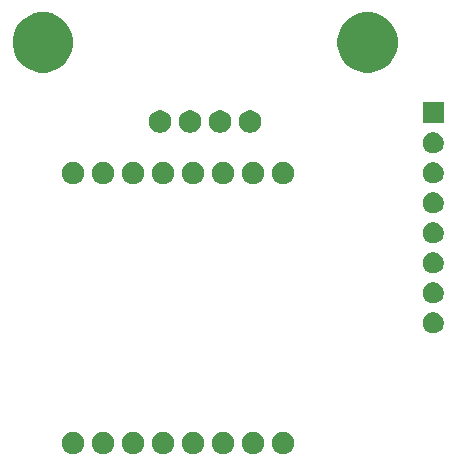
<source format=gbr>
G04 #@! TF.GenerationSoftware,KiCad,Pcbnew,5.1.5+dfsg1-2build2*
G04 #@! TF.CreationDate,2021-10-07T21:38:51-07:00*
G04 #@! TF.ProjectId,Nugget-PCB,4e756767-6574-42d5-9043-422e6b696361,rev?*
G04 #@! TF.SameCoordinates,Original*
G04 #@! TF.FileFunction,Soldermask,Bot*
G04 #@! TF.FilePolarity,Negative*
%FSLAX46Y46*%
G04 Gerber Fmt 4.6, Leading zero omitted, Abs format (unit mm)*
G04 Created by KiCad (PCBNEW 5.1.5+dfsg1-2build2) date 2021-10-07 21:38:51*
%MOMM*%
%LPD*%
G04 APERTURE LIST*
%ADD10C,0.300000*%
G04 APERTURE END LIST*
D10*
G36*
X6881395Y-8991546D02*
G01*
X7054466Y-9063234D01*
X7054467Y-9063235D01*
X7210227Y-9167310D01*
X7342690Y-9299773D01*
X7342691Y-9299775D01*
X7446766Y-9455534D01*
X7518454Y-9628605D01*
X7555000Y-9812333D01*
X7555000Y-9999667D01*
X7518454Y-10183395D01*
X7446766Y-10356466D01*
X7446765Y-10356467D01*
X7342690Y-10512227D01*
X7210227Y-10644690D01*
X7131818Y-10697081D01*
X7054466Y-10748766D01*
X6881395Y-10820454D01*
X6697667Y-10857000D01*
X6510333Y-10857000D01*
X6326605Y-10820454D01*
X6153534Y-10748766D01*
X6076182Y-10697081D01*
X5997773Y-10644690D01*
X5865310Y-10512227D01*
X5761235Y-10356467D01*
X5761234Y-10356466D01*
X5689546Y-10183395D01*
X5653000Y-9999667D01*
X5653000Y-9812333D01*
X5689546Y-9628605D01*
X5761234Y-9455534D01*
X5865309Y-9299775D01*
X5865310Y-9299773D01*
X5997773Y-9167310D01*
X6153533Y-9063235D01*
X6153534Y-9063234D01*
X6326605Y-8991546D01*
X6510333Y-8955000D01*
X6697667Y-8955000D01*
X6881395Y-8991546D01*
G37*
G36*
X1801395Y-8991546D02*
G01*
X1974466Y-9063234D01*
X1974467Y-9063235D01*
X2130227Y-9167310D01*
X2262690Y-9299773D01*
X2262691Y-9299775D01*
X2366766Y-9455534D01*
X2438454Y-9628605D01*
X2475000Y-9812333D01*
X2475000Y-9999667D01*
X2438454Y-10183395D01*
X2366766Y-10356466D01*
X2366765Y-10356467D01*
X2262690Y-10512227D01*
X2130227Y-10644690D01*
X2051818Y-10697081D01*
X1974466Y-10748766D01*
X1801395Y-10820454D01*
X1617667Y-10857000D01*
X1430333Y-10857000D01*
X1246605Y-10820454D01*
X1073534Y-10748766D01*
X996182Y-10697081D01*
X917773Y-10644690D01*
X785310Y-10512227D01*
X681235Y-10356467D01*
X681234Y-10356466D01*
X609546Y-10183395D01*
X573000Y-9999667D01*
X573000Y-9812333D01*
X609546Y-9628605D01*
X681234Y-9455534D01*
X785309Y-9299775D01*
X785310Y-9299773D01*
X917773Y-9167310D01*
X1073533Y-9063235D01*
X1073534Y-9063234D01*
X1246605Y-8991546D01*
X1430333Y-8955000D01*
X1617667Y-8955000D01*
X1801395Y-8991546D01*
G37*
G36*
X-738605Y-8991546D02*
G01*
X-565534Y-9063234D01*
X-565533Y-9063235D01*
X-409773Y-9167310D01*
X-277310Y-9299773D01*
X-277309Y-9299775D01*
X-173234Y-9455534D01*
X-101546Y-9628605D01*
X-65000Y-9812333D01*
X-65000Y-9999667D01*
X-101546Y-10183395D01*
X-173234Y-10356466D01*
X-173235Y-10356467D01*
X-277310Y-10512227D01*
X-409773Y-10644690D01*
X-488182Y-10697081D01*
X-565534Y-10748766D01*
X-738605Y-10820454D01*
X-922333Y-10857000D01*
X-1109667Y-10857000D01*
X-1293395Y-10820454D01*
X-1466466Y-10748766D01*
X-1543818Y-10697081D01*
X-1622227Y-10644690D01*
X-1754690Y-10512227D01*
X-1858765Y-10356467D01*
X-1858766Y-10356466D01*
X-1930454Y-10183395D01*
X-1967000Y-9999667D01*
X-1967000Y-9812333D01*
X-1930454Y-9628605D01*
X-1858766Y-9455534D01*
X-1754691Y-9299775D01*
X-1754690Y-9299773D01*
X-1622227Y-9167310D01*
X-1466467Y-9063235D01*
X-1466466Y-9063234D01*
X-1293395Y-8991546D01*
X-1109667Y-8955000D01*
X-922333Y-8955000D01*
X-738605Y-8991546D01*
G37*
G36*
X-3278605Y-8991546D02*
G01*
X-3105534Y-9063234D01*
X-3105533Y-9063235D01*
X-2949773Y-9167310D01*
X-2817310Y-9299773D01*
X-2817309Y-9299775D01*
X-2713234Y-9455534D01*
X-2641546Y-9628605D01*
X-2605000Y-9812333D01*
X-2605000Y-9999667D01*
X-2641546Y-10183395D01*
X-2713234Y-10356466D01*
X-2713235Y-10356467D01*
X-2817310Y-10512227D01*
X-2949773Y-10644690D01*
X-3028182Y-10697081D01*
X-3105534Y-10748766D01*
X-3278605Y-10820454D01*
X-3462333Y-10857000D01*
X-3649667Y-10857000D01*
X-3833395Y-10820454D01*
X-4006466Y-10748766D01*
X-4083818Y-10697081D01*
X-4162227Y-10644690D01*
X-4294690Y-10512227D01*
X-4398765Y-10356467D01*
X-4398766Y-10356466D01*
X-4470454Y-10183395D01*
X-4507000Y-9999667D01*
X-4507000Y-9812333D01*
X-4470454Y-9628605D01*
X-4398766Y-9455534D01*
X-4294691Y-9299775D01*
X-4294690Y-9299773D01*
X-4162227Y-9167310D01*
X-4006467Y-9063235D01*
X-4006466Y-9063234D01*
X-3833395Y-8991546D01*
X-3649667Y-8955000D01*
X-3462333Y-8955000D01*
X-3278605Y-8991546D01*
G37*
G36*
X-5818605Y-8991546D02*
G01*
X-5645534Y-9063234D01*
X-5645533Y-9063235D01*
X-5489773Y-9167310D01*
X-5357310Y-9299773D01*
X-5357309Y-9299775D01*
X-5253234Y-9455534D01*
X-5181546Y-9628605D01*
X-5145000Y-9812333D01*
X-5145000Y-9999667D01*
X-5181546Y-10183395D01*
X-5253234Y-10356466D01*
X-5253235Y-10356467D01*
X-5357310Y-10512227D01*
X-5489773Y-10644690D01*
X-5568182Y-10697081D01*
X-5645534Y-10748766D01*
X-5818605Y-10820454D01*
X-6002333Y-10857000D01*
X-6189667Y-10857000D01*
X-6373395Y-10820454D01*
X-6546466Y-10748766D01*
X-6623818Y-10697081D01*
X-6702227Y-10644690D01*
X-6834690Y-10512227D01*
X-6938765Y-10356467D01*
X-6938766Y-10356466D01*
X-7010454Y-10183395D01*
X-7047000Y-9999667D01*
X-7047000Y-9812333D01*
X-7010454Y-9628605D01*
X-6938766Y-9455534D01*
X-6834691Y-9299775D01*
X-6834690Y-9299773D01*
X-6702227Y-9167310D01*
X-6546467Y-9063235D01*
X-6546466Y-9063234D01*
X-6373395Y-8991546D01*
X-6189667Y-8955000D01*
X-6002333Y-8955000D01*
X-5818605Y-8991546D01*
G37*
G36*
X-8358605Y-8991546D02*
G01*
X-8185534Y-9063234D01*
X-8185533Y-9063235D01*
X-8029773Y-9167310D01*
X-7897310Y-9299773D01*
X-7897309Y-9299775D01*
X-7793234Y-9455534D01*
X-7721546Y-9628605D01*
X-7685000Y-9812333D01*
X-7685000Y-9999667D01*
X-7721546Y-10183395D01*
X-7793234Y-10356466D01*
X-7793235Y-10356467D01*
X-7897310Y-10512227D01*
X-8029773Y-10644690D01*
X-8108182Y-10697081D01*
X-8185534Y-10748766D01*
X-8358605Y-10820454D01*
X-8542333Y-10857000D01*
X-8729667Y-10857000D01*
X-8913395Y-10820454D01*
X-9086466Y-10748766D01*
X-9163818Y-10697081D01*
X-9242227Y-10644690D01*
X-9374690Y-10512227D01*
X-9478765Y-10356467D01*
X-9478766Y-10356466D01*
X-9550454Y-10183395D01*
X-9587000Y-9999667D01*
X-9587000Y-9812333D01*
X-9550454Y-9628605D01*
X-9478766Y-9455534D01*
X-9374691Y-9299775D01*
X-9374690Y-9299773D01*
X-9242227Y-9167310D01*
X-9086467Y-9063235D01*
X-9086466Y-9063234D01*
X-8913395Y-8991546D01*
X-8729667Y-8955000D01*
X-8542333Y-8955000D01*
X-8358605Y-8991546D01*
G37*
G36*
X-10898605Y-8991546D02*
G01*
X-10725534Y-9063234D01*
X-10725533Y-9063235D01*
X-10569773Y-9167310D01*
X-10437310Y-9299773D01*
X-10437309Y-9299775D01*
X-10333234Y-9455534D01*
X-10261546Y-9628605D01*
X-10225000Y-9812333D01*
X-10225000Y-9999667D01*
X-10261546Y-10183395D01*
X-10333234Y-10356466D01*
X-10333235Y-10356467D01*
X-10437310Y-10512227D01*
X-10569773Y-10644690D01*
X-10648182Y-10697081D01*
X-10725534Y-10748766D01*
X-10898605Y-10820454D01*
X-11082333Y-10857000D01*
X-11269667Y-10857000D01*
X-11453395Y-10820454D01*
X-11626466Y-10748766D01*
X-11703818Y-10697081D01*
X-11782227Y-10644690D01*
X-11914690Y-10512227D01*
X-12018765Y-10356467D01*
X-12018766Y-10356466D01*
X-12090454Y-10183395D01*
X-12127000Y-9999667D01*
X-12127000Y-9812333D01*
X-12090454Y-9628605D01*
X-12018766Y-9455534D01*
X-11914691Y-9299775D01*
X-11914690Y-9299773D01*
X-11782227Y-9167310D01*
X-11626467Y-9063235D01*
X-11626466Y-9063234D01*
X-11453395Y-8991546D01*
X-11269667Y-8955000D01*
X-11082333Y-8955000D01*
X-10898605Y-8991546D01*
G37*
G36*
X4341395Y-8991546D02*
G01*
X4514466Y-9063234D01*
X4514467Y-9063235D01*
X4670227Y-9167310D01*
X4802690Y-9299773D01*
X4802691Y-9299775D01*
X4906766Y-9455534D01*
X4978454Y-9628605D01*
X5015000Y-9812333D01*
X5015000Y-9999667D01*
X4978454Y-10183395D01*
X4906766Y-10356466D01*
X4906765Y-10356467D01*
X4802690Y-10512227D01*
X4670227Y-10644690D01*
X4591818Y-10697081D01*
X4514466Y-10748766D01*
X4341395Y-10820454D01*
X4157667Y-10857000D01*
X3970333Y-10857000D01*
X3786605Y-10820454D01*
X3613534Y-10748766D01*
X3536182Y-10697081D01*
X3457773Y-10644690D01*
X3325310Y-10512227D01*
X3221235Y-10356467D01*
X3221234Y-10356466D01*
X3149546Y-10183395D01*
X3113000Y-9999667D01*
X3113000Y-9812333D01*
X3149546Y-9628605D01*
X3221234Y-9455534D01*
X3325309Y-9299775D01*
X3325310Y-9299773D01*
X3457773Y-9167310D01*
X3613533Y-9063235D01*
X3613534Y-9063234D01*
X3786605Y-8991546D01*
X3970333Y-8955000D01*
X4157667Y-8955000D01*
X4341395Y-8991546D01*
G37*
G36*
X19417512Y1150073D02*
G01*
X19566812Y1120376D01*
X19730784Y1052456D01*
X19878354Y953853D01*
X20003853Y828354D01*
X20102456Y680784D01*
X20170376Y516812D01*
X20205000Y342741D01*
X20205000Y165259D01*
X20170376Y-8812D01*
X20102456Y-172784D01*
X20003853Y-320354D01*
X19878354Y-445853D01*
X19730784Y-544456D01*
X19566812Y-612376D01*
X19417512Y-642073D01*
X19392742Y-647000D01*
X19215258Y-647000D01*
X19190488Y-642073D01*
X19041188Y-612376D01*
X18877216Y-544456D01*
X18729646Y-445853D01*
X18604147Y-320354D01*
X18505544Y-172784D01*
X18437624Y-8812D01*
X18403000Y165259D01*
X18403000Y342741D01*
X18437624Y516812D01*
X18505544Y680784D01*
X18604147Y828354D01*
X18729646Y953853D01*
X18877216Y1052456D01*
X19041188Y1120376D01*
X19190488Y1150073D01*
X19215258Y1155000D01*
X19392742Y1155000D01*
X19417512Y1150073D01*
G37*
G36*
X19417512Y3690073D02*
G01*
X19566812Y3660376D01*
X19730784Y3592456D01*
X19878354Y3493853D01*
X20003853Y3368354D01*
X20102456Y3220784D01*
X20170376Y3056812D01*
X20205000Y2882741D01*
X20205000Y2705259D01*
X20170376Y2531188D01*
X20102456Y2367216D01*
X20003853Y2219646D01*
X19878354Y2094147D01*
X19730784Y1995544D01*
X19566812Y1927624D01*
X19417512Y1897927D01*
X19392742Y1893000D01*
X19215258Y1893000D01*
X19190488Y1897927D01*
X19041188Y1927624D01*
X18877216Y1995544D01*
X18729646Y2094147D01*
X18604147Y2219646D01*
X18505544Y2367216D01*
X18437624Y2531188D01*
X18403000Y2705259D01*
X18403000Y2882741D01*
X18437624Y3056812D01*
X18505544Y3220784D01*
X18604147Y3368354D01*
X18729646Y3493853D01*
X18877216Y3592456D01*
X19041188Y3660376D01*
X19190488Y3690073D01*
X19215258Y3695000D01*
X19392742Y3695000D01*
X19417512Y3690073D01*
G37*
G36*
X19417512Y6230073D02*
G01*
X19566812Y6200376D01*
X19730784Y6132456D01*
X19878354Y6033853D01*
X20003853Y5908354D01*
X20102456Y5760784D01*
X20170376Y5596812D01*
X20205000Y5422741D01*
X20205000Y5245259D01*
X20170376Y5071188D01*
X20102456Y4907216D01*
X20003853Y4759646D01*
X19878354Y4634147D01*
X19730784Y4535544D01*
X19566812Y4467624D01*
X19417512Y4437927D01*
X19392742Y4433000D01*
X19215258Y4433000D01*
X19190488Y4437927D01*
X19041188Y4467624D01*
X18877216Y4535544D01*
X18729646Y4634147D01*
X18604147Y4759646D01*
X18505544Y4907216D01*
X18437624Y5071188D01*
X18403000Y5245259D01*
X18403000Y5422741D01*
X18437624Y5596812D01*
X18505544Y5760784D01*
X18604147Y5908354D01*
X18729646Y6033853D01*
X18877216Y6132456D01*
X19041188Y6200376D01*
X19190488Y6230073D01*
X19215258Y6235000D01*
X19392742Y6235000D01*
X19417512Y6230073D01*
G37*
G36*
X19417512Y8770073D02*
G01*
X19566812Y8740376D01*
X19730784Y8672456D01*
X19878354Y8573853D01*
X20003853Y8448354D01*
X20102456Y8300784D01*
X20170376Y8136812D01*
X20205000Y7962741D01*
X20205000Y7785259D01*
X20170376Y7611188D01*
X20102456Y7447216D01*
X20003853Y7299646D01*
X19878354Y7174147D01*
X19730784Y7075544D01*
X19566812Y7007624D01*
X19417512Y6977927D01*
X19392742Y6973000D01*
X19215258Y6973000D01*
X19190488Y6977927D01*
X19041188Y7007624D01*
X18877216Y7075544D01*
X18729646Y7174147D01*
X18604147Y7299646D01*
X18505544Y7447216D01*
X18437624Y7611188D01*
X18403000Y7785259D01*
X18403000Y7962741D01*
X18437624Y8136812D01*
X18505544Y8300784D01*
X18604147Y8448354D01*
X18729646Y8573853D01*
X18877216Y8672456D01*
X19041188Y8740376D01*
X19190488Y8770073D01*
X19215258Y8775000D01*
X19392742Y8775000D01*
X19417512Y8770073D01*
G37*
G36*
X19417512Y11310073D02*
G01*
X19566812Y11280376D01*
X19730784Y11212456D01*
X19878354Y11113853D01*
X20003853Y10988354D01*
X20102456Y10840784D01*
X20170376Y10676812D01*
X20205000Y10502741D01*
X20205000Y10325259D01*
X20170376Y10151188D01*
X20102456Y9987216D01*
X20003853Y9839646D01*
X19878354Y9714147D01*
X19730784Y9615544D01*
X19566812Y9547624D01*
X19417512Y9517927D01*
X19392742Y9513000D01*
X19215258Y9513000D01*
X19190488Y9517927D01*
X19041188Y9547624D01*
X18877216Y9615544D01*
X18729646Y9714147D01*
X18604147Y9839646D01*
X18505544Y9987216D01*
X18437624Y10151188D01*
X18403000Y10325259D01*
X18403000Y10502741D01*
X18437624Y10676812D01*
X18505544Y10840784D01*
X18604147Y10988354D01*
X18729646Y11113853D01*
X18877216Y11212456D01*
X19041188Y11280376D01*
X19190488Y11310073D01*
X19215258Y11315000D01*
X19392742Y11315000D01*
X19417512Y11310073D01*
G37*
G36*
X4341395Y13868454D02*
G01*
X4514466Y13796766D01*
X4514467Y13796765D01*
X4670227Y13692690D01*
X4802690Y13560227D01*
X4802691Y13560225D01*
X4906766Y13404466D01*
X4978454Y13231395D01*
X5015000Y13047667D01*
X5015000Y12860333D01*
X4978454Y12676605D01*
X4906766Y12503534D01*
X4906765Y12503533D01*
X4802690Y12347773D01*
X4670227Y12215310D01*
X4591818Y12162919D01*
X4514466Y12111234D01*
X4341395Y12039546D01*
X4157667Y12003000D01*
X3970333Y12003000D01*
X3786605Y12039546D01*
X3613534Y12111234D01*
X3536182Y12162919D01*
X3457773Y12215310D01*
X3325310Y12347773D01*
X3221235Y12503533D01*
X3221234Y12503534D01*
X3149546Y12676605D01*
X3113000Y12860333D01*
X3113000Y13047667D01*
X3149546Y13231395D01*
X3221234Y13404466D01*
X3325309Y13560225D01*
X3325310Y13560227D01*
X3457773Y13692690D01*
X3613533Y13796765D01*
X3613534Y13796766D01*
X3786605Y13868454D01*
X3970333Y13905000D01*
X4157667Y13905000D01*
X4341395Y13868454D01*
G37*
G36*
X-10898605Y13868454D02*
G01*
X-10725534Y13796766D01*
X-10725533Y13796765D01*
X-10569773Y13692690D01*
X-10437310Y13560227D01*
X-10437309Y13560225D01*
X-10333234Y13404466D01*
X-10261546Y13231395D01*
X-10225000Y13047667D01*
X-10225000Y12860333D01*
X-10261546Y12676605D01*
X-10333234Y12503534D01*
X-10333235Y12503533D01*
X-10437310Y12347773D01*
X-10569773Y12215310D01*
X-10648182Y12162919D01*
X-10725534Y12111234D01*
X-10898605Y12039546D01*
X-11082333Y12003000D01*
X-11269667Y12003000D01*
X-11453395Y12039546D01*
X-11626466Y12111234D01*
X-11703818Y12162919D01*
X-11782227Y12215310D01*
X-11914690Y12347773D01*
X-12018765Y12503533D01*
X-12018766Y12503534D01*
X-12090454Y12676605D01*
X-12127000Y12860333D01*
X-12127000Y13047667D01*
X-12090454Y13231395D01*
X-12018766Y13404466D01*
X-11914691Y13560225D01*
X-11914690Y13560227D01*
X-11782227Y13692690D01*
X-11626467Y13796765D01*
X-11626466Y13796766D01*
X-11453395Y13868454D01*
X-11269667Y13905000D01*
X-11082333Y13905000D01*
X-10898605Y13868454D01*
G37*
G36*
X-738605Y13868454D02*
G01*
X-565534Y13796766D01*
X-565533Y13796765D01*
X-409773Y13692690D01*
X-277310Y13560227D01*
X-277309Y13560225D01*
X-173234Y13404466D01*
X-101546Y13231395D01*
X-65000Y13047667D01*
X-65000Y12860333D01*
X-101546Y12676605D01*
X-173234Y12503534D01*
X-173235Y12503533D01*
X-277310Y12347773D01*
X-409773Y12215310D01*
X-488182Y12162919D01*
X-565534Y12111234D01*
X-738605Y12039546D01*
X-922333Y12003000D01*
X-1109667Y12003000D01*
X-1293395Y12039546D01*
X-1466466Y12111234D01*
X-1543818Y12162919D01*
X-1622227Y12215310D01*
X-1754690Y12347773D01*
X-1858765Y12503533D01*
X-1858766Y12503534D01*
X-1930454Y12676605D01*
X-1967000Y12860333D01*
X-1967000Y13047667D01*
X-1930454Y13231395D01*
X-1858766Y13404466D01*
X-1754691Y13560225D01*
X-1754690Y13560227D01*
X-1622227Y13692690D01*
X-1466467Y13796765D01*
X-1466466Y13796766D01*
X-1293395Y13868454D01*
X-1109667Y13905000D01*
X-922333Y13905000D01*
X-738605Y13868454D01*
G37*
G36*
X-8358605Y13868454D02*
G01*
X-8185534Y13796766D01*
X-8185533Y13796765D01*
X-8029773Y13692690D01*
X-7897310Y13560227D01*
X-7897309Y13560225D01*
X-7793234Y13404466D01*
X-7721546Y13231395D01*
X-7685000Y13047667D01*
X-7685000Y12860333D01*
X-7721546Y12676605D01*
X-7793234Y12503534D01*
X-7793235Y12503533D01*
X-7897310Y12347773D01*
X-8029773Y12215310D01*
X-8108182Y12162919D01*
X-8185534Y12111234D01*
X-8358605Y12039546D01*
X-8542333Y12003000D01*
X-8729667Y12003000D01*
X-8913395Y12039546D01*
X-9086466Y12111234D01*
X-9163818Y12162919D01*
X-9242227Y12215310D01*
X-9374690Y12347773D01*
X-9478765Y12503533D01*
X-9478766Y12503534D01*
X-9550454Y12676605D01*
X-9587000Y12860333D01*
X-9587000Y13047667D01*
X-9550454Y13231395D01*
X-9478766Y13404466D01*
X-9374691Y13560225D01*
X-9374690Y13560227D01*
X-9242227Y13692690D01*
X-9086467Y13796765D01*
X-9086466Y13796766D01*
X-8913395Y13868454D01*
X-8729667Y13905000D01*
X-8542333Y13905000D01*
X-8358605Y13868454D01*
G37*
G36*
X-5818605Y13868454D02*
G01*
X-5645534Y13796766D01*
X-5645533Y13796765D01*
X-5489773Y13692690D01*
X-5357310Y13560227D01*
X-5357309Y13560225D01*
X-5253234Y13404466D01*
X-5181546Y13231395D01*
X-5145000Y13047667D01*
X-5145000Y12860333D01*
X-5181546Y12676605D01*
X-5253234Y12503534D01*
X-5253235Y12503533D01*
X-5357310Y12347773D01*
X-5489773Y12215310D01*
X-5568182Y12162919D01*
X-5645534Y12111234D01*
X-5818605Y12039546D01*
X-6002333Y12003000D01*
X-6189667Y12003000D01*
X-6373395Y12039546D01*
X-6546466Y12111234D01*
X-6623818Y12162919D01*
X-6702227Y12215310D01*
X-6834690Y12347773D01*
X-6938765Y12503533D01*
X-6938766Y12503534D01*
X-7010454Y12676605D01*
X-7047000Y12860333D01*
X-7047000Y13047667D01*
X-7010454Y13231395D01*
X-6938766Y13404466D01*
X-6834691Y13560225D01*
X-6834690Y13560227D01*
X-6702227Y13692690D01*
X-6546467Y13796765D01*
X-6546466Y13796766D01*
X-6373395Y13868454D01*
X-6189667Y13905000D01*
X-6002333Y13905000D01*
X-5818605Y13868454D01*
G37*
G36*
X-3278605Y13868454D02*
G01*
X-3105534Y13796766D01*
X-3105533Y13796765D01*
X-2949773Y13692690D01*
X-2817310Y13560227D01*
X-2817309Y13560225D01*
X-2713234Y13404466D01*
X-2641546Y13231395D01*
X-2605000Y13047667D01*
X-2605000Y12860333D01*
X-2641546Y12676605D01*
X-2713234Y12503534D01*
X-2713235Y12503533D01*
X-2817310Y12347773D01*
X-2949773Y12215310D01*
X-3028182Y12162919D01*
X-3105534Y12111234D01*
X-3278605Y12039546D01*
X-3462333Y12003000D01*
X-3649667Y12003000D01*
X-3833395Y12039546D01*
X-4006466Y12111234D01*
X-4083818Y12162919D01*
X-4162227Y12215310D01*
X-4294690Y12347773D01*
X-4398765Y12503533D01*
X-4398766Y12503534D01*
X-4470454Y12676605D01*
X-4507000Y12860333D01*
X-4507000Y13047667D01*
X-4470454Y13231395D01*
X-4398766Y13404466D01*
X-4294691Y13560225D01*
X-4294690Y13560227D01*
X-4162227Y13692690D01*
X-4006467Y13796765D01*
X-4006466Y13796766D01*
X-3833395Y13868454D01*
X-3649667Y13905000D01*
X-3462333Y13905000D01*
X-3278605Y13868454D01*
G37*
G36*
X1801395Y13868454D02*
G01*
X1974466Y13796766D01*
X1974467Y13796765D01*
X2130227Y13692690D01*
X2262690Y13560227D01*
X2262691Y13560225D01*
X2366766Y13404466D01*
X2438454Y13231395D01*
X2475000Y13047667D01*
X2475000Y12860333D01*
X2438454Y12676605D01*
X2366766Y12503534D01*
X2366765Y12503533D01*
X2262690Y12347773D01*
X2130227Y12215310D01*
X2051818Y12162919D01*
X1974466Y12111234D01*
X1801395Y12039546D01*
X1617667Y12003000D01*
X1430333Y12003000D01*
X1246605Y12039546D01*
X1073534Y12111234D01*
X996182Y12162919D01*
X917773Y12215310D01*
X785310Y12347773D01*
X681235Y12503533D01*
X681234Y12503534D01*
X609546Y12676605D01*
X573000Y12860333D01*
X573000Y13047667D01*
X609546Y13231395D01*
X681234Y13404466D01*
X785309Y13560225D01*
X785310Y13560227D01*
X917773Y13692690D01*
X1073533Y13796765D01*
X1073534Y13796766D01*
X1246605Y13868454D01*
X1430333Y13905000D01*
X1617667Y13905000D01*
X1801395Y13868454D01*
G37*
G36*
X6881395Y13868454D02*
G01*
X7054466Y13796766D01*
X7054467Y13796765D01*
X7210227Y13692690D01*
X7342690Y13560227D01*
X7342691Y13560225D01*
X7446766Y13404466D01*
X7518454Y13231395D01*
X7555000Y13047667D01*
X7555000Y12860333D01*
X7518454Y12676605D01*
X7446766Y12503534D01*
X7446765Y12503533D01*
X7342690Y12347773D01*
X7210227Y12215310D01*
X7131818Y12162919D01*
X7054466Y12111234D01*
X6881395Y12039546D01*
X6697667Y12003000D01*
X6510333Y12003000D01*
X6326605Y12039546D01*
X6153534Y12111234D01*
X6076182Y12162919D01*
X5997773Y12215310D01*
X5865310Y12347773D01*
X5761235Y12503533D01*
X5761234Y12503534D01*
X5689546Y12676605D01*
X5653000Y12860333D01*
X5653000Y13047667D01*
X5689546Y13231395D01*
X5761234Y13404466D01*
X5865309Y13560225D01*
X5865310Y13560227D01*
X5997773Y13692690D01*
X6153533Y13796765D01*
X6153534Y13796766D01*
X6326605Y13868454D01*
X6510333Y13905000D01*
X6697667Y13905000D01*
X6881395Y13868454D01*
G37*
G36*
X19417512Y13850073D02*
G01*
X19566812Y13820376D01*
X19730784Y13752456D01*
X19878354Y13653853D01*
X20003853Y13528354D01*
X20102456Y13380784D01*
X20170376Y13216812D01*
X20205000Y13042741D01*
X20205000Y12865259D01*
X20170376Y12691188D01*
X20102456Y12527216D01*
X20003853Y12379646D01*
X19878354Y12254147D01*
X19730784Y12155544D01*
X19566812Y12087624D01*
X19417512Y12057927D01*
X19392742Y12053000D01*
X19215258Y12053000D01*
X19190488Y12057927D01*
X19041188Y12087624D01*
X18877216Y12155544D01*
X18729646Y12254147D01*
X18604147Y12379646D01*
X18505544Y12527216D01*
X18437624Y12691188D01*
X18403000Y12865259D01*
X18403000Y13042741D01*
X18437624Y13216812D01*
X18505544Y13380784D01*
X18604147Y13528354D01*
X18729646Y13653853D01*
X18877216Y13752456D01*
X19041188Y13820376D01*
X19190488Y13850073D01*
X19215258Y13855000D01*
X19392742Y13855000D01*
X19417512Y13850073D01*
G37*
G36*
X19417512Y16390073D02*
G01*
X19566812Y16360376D01*
X19730784Y16292456D01*
X19878354Y16193853D01*
X20003853Y16068354D01*
X20102456Y15920784D01*
X20170376Y15756812D01*
X20205000Y15582741D01*
X20205000Y15405259D01*
X20170376Y15231188D01*
X20102456Y15067216D01*
X20003853Y14919646D01*
X19878354Y14794147D01*
X19730784Y14695544D01*
X19566812Y14627624D01*
X19417512Y14597927D01*
X19392742Y14593000D01*
X19215258Y14593000D01*
X19190488Y14597927D01*
X19041188Y14627624D01*
X18877216Y14695544D01*
X18729646Y14794147D01*
X18604147Y14919646D01*
X18505544Y15067216D01*
X18437624Y15231188D01*
X18403000Y15405259D01*
X18403000Y15582741D01*
X18437624Y15756812D01*
X18505544Y15920784D01*
X18604147Y16068354D01*
X18729646Y16193853D01*
X18877216Y16292456D01*
X19041188Y16360376D01*
X19190488Y16390073D01*
X19215258Y16395000D01*
X19392742Y16395000D01*
X19417512Y16390073D01*
G37*
G36*
X4087395Y18204454D02*
G01*
X4260466Y18132766D01*
X4260467Y18132765D01*
X4416227Y18028690D01*
X4548690Y17896227D01*
X4548691Y17896225D01*
X4652766Y17740466D01*
X4724454Y17567395D01*
X4761000Y17383667D01*
X4761000Y17196333D01*
X4724454Y17012605D01*
X4652766Y16839534D01*
X4652765Y16839533D01*
X4548690Y16683773D01*
X4416227Y16551310D01*
X4337818Y16498919D01*
X4260466Y16447234D01*
X4087395Y16375546D01*
X3903667Y16339000D01*
X3716333Y16339000D01*
X3532605Y16375546D01*
X3359534Y16447234D01*
X3282182Y16498919D01*
X3203773Y16551310D01*
X3071310Y16683773D01*
X2967235Y16839533D01*
X2967234Y16839534D01*
X2895546Y17012605D01*
X2859000Y17196333D01*
X2859000Y17383667D01*
X2895546Y17567395D01*
X2967234Y17740466D01*
X3071309Y17896225D01*
X3071310Y17896227D01*
X3203773Y18028690D01*
X3359533Y18132765D01*
X3359534Y18132766D01*
X3532605Y18204454D01*
X3716333Y18241000D01*
X3903667Y18241000D01*
X4087395Y18204454D01*
G37*
G36*
X1547395Y18204454D02*
G01*
X1720466Y18132766D01*
X1720467Y18132765D01*
X1876227Y18028690D01*
X2008690Y17896227D01*
X2008691Y17896225D01*
X2112766Y17740466D01*
X2184454Y17567395D01*
X2221000Y17383667D01*
X2221000Y17196333D01*
X2184454Y17012605D01*
X2112766Y16839534D01*
X2112765Y16839533D01*
X2008690Y16683773D01*
X1876227Y16551310D01*
X1797818Y16498919D01*
X1720466Y16447234D01*
X1547395Y16375546D01*
X1363667Y16339000D01*
X1176333Y16339000D01*
X992605Y16375546D01*
X819534Y16447234D01*
X742182Y16498919D01*
X663773Y16551310D01*
X531310Y16683773D01*
X427235Y16839533D01*
X427234Y16839534D01*
X355546Y17012605D01*
X319000Y17196333D01*
X319000Y17383667D01*
X355546Y17567395D01*
X427234Y17740466D01*
X531309Y17896225D01*
X531310Y17896227D01*
X663773Y18028690D01*
X819533Y18132765D01*
X819534Y18132766D01*
X992605Y18204454D01*
X1176333Y18241000D01*
X1363667Y18241000D01*
X1547395Y18204454D01*
G37*
G36*
X-3532605Y18204454D02*
G01*
X-3359534Y18132766D01*
X-3359533Y18132765D01*
X-3203773Y18028690D01*
X-3071310Y17896227D01*
X-3071309Y17896225D01*
X-2967234Y17740466D01*
X-2895546Y17567395D01*
X-2859000Y17383667D01*
X-2859000Y17196333D01*
X-2895546Y17012605D01*
X-2967234Y16839534D01*
X-2967235Y16839533D01*
X-3071310Y16683773D01*
X-3203773Y16551310D01*
X-3282182Y16498919D01*
X-3359534Y16447234D01*
X-3532605Y16375546D01*
X-3716333Y16339000D01*
X-3903667Y16339000D01*
X-4087395Y16375546D01*
X-4260466Y16447234D01*
X-4337818Y16498919D01*
X-4416227Y16551310D01*
X-4548690Y16683773D01*
X-4652765Y16839533D01*
X-4652766Y16839534D01*
X-4724454Y17012605D01*
X-4761000Y17196333D01*
X-4761000Y17383667D01*
X-4724454Y17567395D01*
X-4652766Y17740466D01*
X-4548691Y17896225D01*
X-4548690Y17896227D01*
X-4416227Y18028690D01*
X-4260467Y18132765D01*
X-4260466Y18132766D01*
X-4087395Y18204454D01*
X-3903667Y18241000D01*
X-3716333Y18241000D01*
X-3532605Y18204454D01*
G37*
G36*
X-992605Y18204454D02*
G01*
X-819534Y18132766D01*
X-819533Y18132765D01*
X-663773Y18028690D01*
X-531310Y17896227D01*
X-531309Y17896225D01*
X-427234Y17740466D01*
X-355546Y17567395D01*
X-319000Y17383667D01*
X-319000Y17196333D01*
X-355546Y17012605D01*
X-427234Y16839534D01*
X-427235Y16839533D01*
X-531310Y16683773D01*
X-663773Y16551310D01*
X-742182Y16498919D01*
X-819534Y16447234D01*
X-992605Y16375546D01*
X-1176333Y16339000D01*
X-1363667Y16339000D01*
X-1547395Y16375546D01*
X-1720466Y16447234D01*
X-1797818Y16498919D01*
X-1876227Y16551310D01*
X-2008690Y16683773D01*
X-2112765Y16839533D01*
X-2112766Y16839534D01*
X-2184454Y17012605D01*
X-2221000Y17196333D01*
X-2221000Y17383667D01*
X-2184454Y17567395D01*
X-2112766Y17740466D01*
X-2008691Y17896225D01*
X-2008690Y17896227D01*
X-1876227Y18028690D01*
X-1720467Y18132765D01*
X-1720466Y18132766D01*
X-1547395Y18204454D01*
X-1363667Y18241000D01*
X-1176333Y18241000D01*
X-992605Y18204454D01*
G37*
G36*
X20205000Y17133000D02*
G01*
X18403000Y17133000D01*
X18403000Y18935000D01*
X20205000Y18935000D01*
X20205000Y17133000D01*
G37*
G36*
X14494098Y26452967D02*
G01*
X14958350Y26260668D01*
X14958352Y26260667D01*
X15376168Y25981491D01*
X15731491Y25626168D01*
X16010667Y25208352D01*
X16010668Y25208350D01*
X16202967Y24744098D01*
X16301000Y24251253D01*
X16301000Y23748747D01*
X16202967Y23255902D01*
X16010668Y22791650D01*
X16010667Y22791648D01*
X15731491Y22373832D01*
X15376168Y22018509D01*
X14958352Y21739333D01*
X14958351Y21739332D01*
X14958350Y21739332D01*
X14494098Y21547033D01*
X14001253Y21449000D01*
X13498747Y21449000D01*
X13005902Y21547033D01*
X12541650Y21739332D01*
X12541649Y21739332D01*
X12541648Y21739333D01*
X12123832Y22018509D01*
X11768509Y22373832D01*
X11489333Y22791648D01*
X11489332Y22791650D01*
X11297033Y23255902D01*
X11199000Y23748747D01*
X11199000Y24251253D01*
X11297033Y24744098D01*
X11489332Y25208350D01*
X11489333Y25208352D01*
X11768509Y25626168D01*
X12123832Y25981491D01*
X12541648Y26260667D01*
X12541650Y26260668D01*
X13005902Y26452967D01*
X13498747Y26551000D01*
X14001253Y26551000D01*
X14494098Y26452967D01*
G37*
G36*
X-13005902Y26452967D02*
G01*
X-12541650Y26260668D01*
X-12541648Y26260667D01*
X-12123832Y25981491D01*
X-11768509Y25626168D01*
X-11489333Y25208352D01*
X-11489332Y25208350D01*
X-11297033Y24744098D01*
X-11199000Y24251253D01*
X-11199000Y23748747D01*
X-11297033Y23255902D01*
X-11489332Y22791650D01*
X-11489333Y22791648D01*
X-11768509Y22373832D01*
X-12123832Y22018509D01*
X-12541648Y21739333D01*
X-12541649Y21739332D01*
X-12541650Y21739332D01*
X-13005902Y21547033D01*
X-13498747Y21449000D01*
X-14001253Y21449000D01*
X-14494098Y21547033D01*
X-14958350Y21739332D01*
X-14958351Y21739332D01*
X-14958352Y21739333D01*
X-15376168Y22018509D01*
X-15731491Y22373832D01*
X-16010667Y22791648D01*
X-16010668Y22791650D01*
X-16202967Y23255902D01*
X-16301000Y23748747D01*
X-16301000Y24251253D01*
X-16202967Y24744098D01*
X-16010668Y25208350D01*
X-16010667Y25208352D01*
X-15731491Y25626168D01*
X-15376168Y25981491D01*
X-14958352Y26260667D01*
X-14958350Y26260668D01*
X-14494098Y26452967D01*
X-14001253Y26551000D01*
X-13498747Y26551000D01*
X-13005902Y26452967D01*
G37*
M02*

</source>
